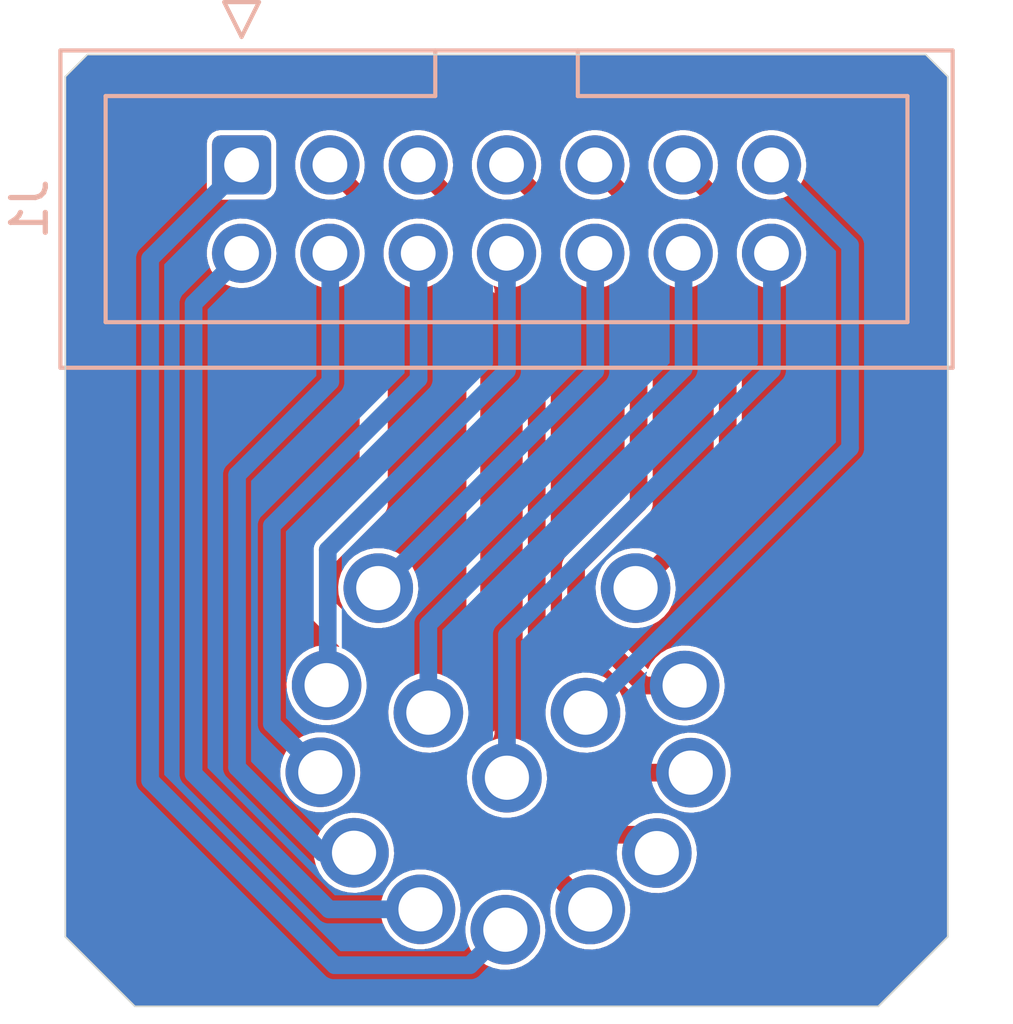
<source format=kicad_pcb>
(kicad_pcb (version 20210424) (generator pcbnew)
  (layers (0 "F.Cu" signal) (31 "B.Cu" signal) (34 "B.Paste" user) (35 "F.Paste" user) (36 "B.SilkS" user "B.Silkscreen") (37 "F.SilkS" user "F.Silkscreen") (38 "B.Mask" user) (39 "F.Mask" user) (44 "Edge.Cuts" user))
  (net 0 "")
  (net 1 "/14")
  (net 2 "/12")
  (net 3 "/10")
  (net 4 "/8")
  (net 5 "/6")
  (net 6 "/4")
  (net 7 "/2")
  (net 8 "/13")
  (net 9 "/11")
  (net 10 "/9")
  (net 11 "/7")
  (net 12 "/5")
  (net 13 "/3")
  (net 14 "/1")
  (footprint "adapter:DIN14" (layer "F.Cu") (at 148.5111 111.0616)
    (fp_text reference "J2" hide)
    (fp_text value "DIN14")
    (pad "1" thru_hole circle locked (at -0.045496 5.418781) (size 2 2) (drill 1.27) (layers *.Cu *.Mask) (net 14 "/1"))
    (pad "2" thru_hole circle locked (at -2.485818 4.832987) (size 2 2) (drill 1.27) (layers *.Cu *.Mask) (net 7 "/2"))
    (pad "3" thru_hole circle locked (at 2.396012 4.837959) (size 2 2) (drill 1.27) (layers *.Cu *.Mask) (net 13 "/3"))
    (pad "4" thru_hole circle locked (at -4.397625 3.207156) (size 2 2) (drill 1.27) (layers *.Cu *.Mask) (net 6 "/4"))
    (pad "5" thru_hole circle locked (at 4.311125 3.216025) (size 2 2) (drill 1.27) (layers *.Cu *.Mask) (net 12 "/5"))
    (pad "6" thru_hole circle locked (at -5.367796 0.892615) (size 2 2) (drill 1.27) (layers *.Cu *.Mask) (net 5 "/6"))
    (pad "7" thru_hole circle locked (at 5.286009 0.903465) (size 2 2) (drill 1.27) (layers *.Cu *.Mask) (net 11 "/7"))
    (pad "8" thru_hole circle locked (at -5.186687 -1.610484) (size 2 2) (drill 1.27) (layers *.Cu *.Mask) (net 4 "/8"))
    (pad "9" thru_hole circle locked (at 5.11 -1.6) (size 2 2) (drill 1.27) (layers *.Cu *.Mask) (net 10 "/9"))
    (pad "10" thru_hole circle locked (at -3.7 -4.4) (size 2 2) (drill 1.27) (layers *.Cu *.Mask) (net 3 "/10"))
    (pad "11" thru_hole circle locked (at 3.7 -4.4) (size 2 2) (drill 1.27) (layers *.Cu *.Mask) (net 9 "/11"))
    (pad "12" thru_hole circle locked (at -2.26 -0.82) (size 2 2) (drill 1.27) (layers *.Cu *.Mask) (net 2 "/12"))
    (pad "13" thru_hole circle locked (at 2.26 -0.82) (size 2 2) (drill 1.27) (layers *.Cu *.Mask) (net 8 "/13"))
    (pad "14" thru_hole circle locked (at 0 1.05) (size 2 2) (drill 1.27) (layers *.Cu *.Mask) (net 1 "/14"))
  )
  (footprint "Connector_IDC:IDC-Header_2x07_P2.54mm_Vertical" (layer "B.Cu") (at 140.88 94.4975 -90)
    (fp_text reference "J1" (at 1.27 6.1 90) (layer "B.SilkS") (effects (justify mirror)))
    (fp_text value "02x07")
    (fp_line (start -1.98 -9.67) (end -1.98 -9.67) (layer "B.SilkS") (width 0.12))
    (fp_line (start -4.68 0.5) (end -4.68 -0.5) (layer "B.SilkS") (width 0.12))
    (fp_line (start 5.83 5.21) (end 5.83 -20.45) (layer "B.SilkS") (width 0.12))
    (fp_line (start -3.68 0) (end -4.68 0.5) (layer "B.SilkS") (width 0.12))
    (fp_line (start -4.68 -0.5) (end -3.68 0) (layer "B.SilkS") (width 0.12))
    (fp_line (start -3.29 5.21) (end 5.83 5.21) (layer "B.SilkS") (width 0.12))
    (fp_line (start 4.52 3.91) (end 4.52 -19.15) (layer "B.SilkS") (width 0.12))
    (fp_line (start 4.52 -19.15) (end -1.98 -19.15) (layer "B.SilkS") (width 0.12))
    (fp_line (start -1.98 -5.57) (end -1.98 3.91) (layer "B.SilkS") (width 0.12))
    (fp_line (start -1.98 -9.67) (end -3.29 -9.67) (layer "B.SilkS") (width 0.12))
    (fp_line (start -3.29 -20.45) (end -3.29 5.21) (layer "B.SilkS") (width 0.12))
    (fp_line (start 5.83 -20.45) (end -3.29 -20.45) (layer "B.SilkS") (width 0.12))
    (fp_line (start -3.29 -5.57) (end -1.98 -5.57) (layer "B.SilkS") (width 0.12))
    (fp_line (start -1.98 3.91) (end 4.52 3.91) (layer "B.SilkS") (width 0.12))
    (fp_line (start -1.98 -19.15) (end -1.98 -9.67) (layer "B.SilkS") (width 0.12))
    (pad "1" thru_hole roundrect locked (at 0 0 270) (size 1.7 1.7) (drill 1) (layers *.Cu *.Mask) (roundrect_rratio 0.1470588235) (net 14 "/1"))
    (pad "2" thru_hole circle locked (at 2.54 0 270) (size 1.7 1.7) (drill 1) (layers *.Cu *.Mask) (net 7 "/2"))
    (pad "3" thru_hole circle locked (at 0 -2.54 270) (size 1.7 1.7) (drill 1) (layers *.Cu *.Mask) (net 13 "/3"))
    (pad "4" thru_hole circle locked (at 2.54 -2.54 270) (size 1.7 1.7) (drill 1) (layers *.Cu *.Mask) (net 6 "/4"))
    (pad "5" thru_hole circle locked (at 0 -5.08 270) (size 1.7 1.7) (drill 1) (layers *.Cu *.Mask) (net 12 "/5"))
    (pad "6" thru_hole circle locked (at 2.54 -5.08 270) (size 1.7 1.7) (drill 1) (layers *.Cu *.Mask) (net 5 "/6"))
    (pad "7" thru_hole circle locked (at 0 -7.62 270) (size 1.7 1.7) (drill 1) (layers *.Cu *.Mask) (net 11 "/7"))
    (pad "8" thru_hole circle locked (at 2.54 -7.62 270) (size 1.7 1.7) (drill 1) (layers *.Cu *.Mask) (net 4 "/8"))
    (pad "9" thru_hole circle locked (at 0 -10.16 270) (size 1.7 1.7) (drill 1) (layers *.Cu *.Mask) (net 10 "/9"))
    (pad "10" thru_hole circle locked (at 2.54 -10.16 270) (size 1.7 1.7) (drill 1) (layers *.Cu *.Mask) (net 3 "/10"))
    (pad "11" thru_hole circle locked (at 0 -12.7 270) (size 1.7 1.7) (drill 1) (layers *.Cu *.Mask) (net 9 "/11"))
    (pad "12" thru_hole circle locked (at 2.54 -12.7 270) (size 1.7 1.7) (drill 1) (layers *.Cu *.Mask) (net 2 "/12"))
    (pad "13" thru_hole circle locked (at 0 -15.24 270) (size 1.7 1.7) (drill 1) (layers *.Cu *.Mask) (net 8 "/13"))
    (pad "14" thru_hole circle locked (at 2.54 -15.24 270) (size 1.7 1.7) (drill 1) (layers *.Cu *.Mask) (net 1 "/14"))
  )
  (gr_line (start 135.8111 91.9606) (end 135.8111 116.6816) (layer "Edge.Cuts") (width 0.05))
  (gr_line (start 159.1911 118.6816) (end 161.1911 116.6816) (layer "Edge.Cuts") (width 0.05))
  (gr_line (start 161.1911 116.6816) (end 161.1911 91.9606) (layer "Edge.Cuts") (width 0.05))
  (gr_line (start 137.8111 118.6816) (end 159.1911 118.6816) (layer "Edge.Cuts") (width 0.05))
  (gr_line (start 135.8111 116.6816) (end 137.8111 118.6816) (layer "Edge.Cuts") (width 0.05))
  (gr_line (start 161.1911 91.9606) (end 160.5561 91.3256) (layer "Edge.Cuts") (width 0.05))
  (gr_line (start 160.5561 91.3256) (end 136.4461 91.3256) (layer "Edge.Cuts") (width 0.05))
  (gr_line (start 136.4461 91.3256) (end 135.8111 91.9606) (layer "Edge.Cuts") (width 0.05))
  (segment (start 148.5111 112.1116) (end 148.5111 108.0136) (width 0.508) (layer "B.Cu") (net 1))
  (segment (start 156.1311 100.3936) (end 156.1311 97.0916) (width 0.508) (layer "B.Cu") (net 1))
  (segment (start 148.5111 108.0136) (end 156.1311 100.3936) (width 0.508) (layer "B.Cu") (net 1))
  (segment (start 146.2511 110.2416) (end 146.2511 107.7016) (width 0.508) (layer "B.Cu") (net 2))
  (segment (start 153.5911 100.3616) (end 146.2511 107.7016) (width 0.508) (layer "B.Cu") (net 2))
  (segment (start 153.5911 100.3616) (end 153.5911 97.0916) (width 0.508) (layer "B.Cu") (net 2))
  (segment (start 151.0511 100.4216) (end 151.0511 97.0916) (width 0.508) (layer "B.Cu") (net 3))
  (segment (start 144.8111 106.6616) (end 151.0511 100.4216) (width 0.508) (layer "B.Cu") (net 3))
  (segment (start 143.3576 109.417928) (end 143.3576 105.5624) (width 0.508) (layer "B.Cu") (net 4))
  (segment (start 143.324412 109.451116) (end 143.3576 109.417928) (width 0.508) (layer "B.Cu") (net 4))
  (segment (start 143.3576 105.5624) (end 148.5111 100.4089) (width 0.508) (layer "B.Cu") (net 4))
  (segment (start 148.5111 100.4089) (end 148.5111 97.0916) (width 0.508) (layer "B.Cu") (net 4))
  (segment (start 141.75 104.8687) (end 145.9711 100.6476) (width 0.508) (layer "B.Cu") (net 5))
  (segment (start 141.75 110.5588) (end 141.75 104.8687) (width 0.508) (layer "B.Cu") (net 5))
  (segment (start 143.143303 111.952103) (end 141.75 110.5588) (width 0.508) (layer "B.Cu") (net 5))
  (segment (start 143.143303 111.954216) (end 143.143303 111.952103) (width 0.508) (layer "B.Cu") (net 5))
  (segment (start 145.9711 100.6476) (end 145.9711 97.0916) (width 0.508) (layer "B.Cu") (net 5))
  (segment (start 143.4311 100.72965) (end 143.4311 97.0916) (width 0.508) (layer "B.Cu") (net 6))
  (segment (start 143.203463 114.268757) (end 140.75 111.815294) (width 0.508) (layer "B.Cu") (net 6))
  (segment (start 144.113475 114.268757) (end 143.203463 114.268757) (width 0.508) (layer "B.Cu") (net 6))
  (segment (start 140.75 111.815294) (end 140.75 103.41075) (width 0.508) (layer "B.Cu") (net 6))
  (segment (start 140.75 103.41075) (end 143.4311 100.72965) (width 0.508) (layer "B.Cu") (net 6))
  (segment (start 146.025281 115.894588) (end 143.394588 115.894588) (width 0.508) (layer "B.Cu") (net 7))
  (segment (start 143.394588 115.894588) (end 139.5 112) (width 0.508) (layer "B.Cu") (net 7))
  (segment (start 139.5 98.4827) (end 140.8911 97.0916) (width 0.508) (layer "B.Cu") (net 7))
  (segment (start 139.5 112) (end 139.5 98.4827) (width 0.508) (layer "B.Cu") (net 7))
  (segment (start 150.7711 110.2416) (end 158.3785 102.6342) (width 0.508) (layer "B.Cu") (net 8))
  (segment (start 156.1311 94.5615) (end 156.1311 94.5516) (width 0.508) (layer "B.Cu") (net 8))
  (segment (start 158.3785 102.6342) (end 158.3785 96.8089) (width 0.508) (layer "B.Cu") (net 8))
  (segment (start 158.3785 96.8089) (end 156.1311 94.5615) (width 0.508) (layer "B.Cu") (net 8))
  (segment (start 154.8611 104.0116) (end 154.8611 95.8216) (width 0.508) (layer "F.Cu") (net 9))
  (segment (start 152.2111 106.6616) (end 154.8611 104.0116) (width 0.508) (layer "F.Cu") (net 9))
  (segment (start 154.8611 95.8216) (end 153.5911 94.5516) (width 0.508) (layer "F.Cu") (net 9))
  (segment (start 150.5 107.5) (end 150.5 106.0297) (width 0.508) (layer "F.Cu") (net 10))
  (segment (start 152.2984 104.2313) (end 152.2984 95.7989) (width 0.508) (layer "F.Cu") (net 10))
  (segment (start 152.4616 109.4616) (end 150.5 107.5) (width 0.508) (layer "F.Cu") (net 10))
  (segment (start 152.2984 95.7989) (end 151.0511 94.5516) (width 0.508) (layer "F.Cu") (net 10))
  (segment (start 153.6211 109.4616) (end 152.4616 109.4616) (width 0.508) (layer "F.Cu") (net 10))
  (segment (start 150.5 106.0297) (end 152.2984 104.2313) (width 0.508) (layer "F.Cu") (net 10))
  (segment (start 150.417368 111.965065) (end 149.367589 110.915286) (width 0.508) (layer "F.Cu") (net 11))
  (segment (start 149.367589 98.132411) (end 149.786489 97.713511) (width 0.508) (layer "F.Cu") (net 11))
  (segment (start 149.367589 110.915286) (end 149.367589 98.132411) (width 0.508) (layer "F.Cu") (net 11))
  (segment (start 153.797109 111.965065) (end 150.417368 111.965065) (width 0.508) (layer "F.Cu") (net 11))
  (segment (start 149.786489 95.783989) (end 148.5 94.4975) (width 0.508) (layer "F.Cu") (net 11))
  (segment (start 149.786489 97.713511) (end 149.786489 95.783989) (width 0.508) (layer "F.Cu") (net 11))
  (segment (start 152.2946 113.75) (end 152.822225 114.277625) (width 0.508) (layer "F.Cu") (net 12))
  (segment (start 146.75 112.75) (end 147.75 113.75) (width 0.508) (layer "F.Cu") (net 12))
  (segment (start 145.9711 94.5516) (end 147.246489 95.826989) (width 0.508) (layer "F.Cu") (net 12))
  (segment (start 147.75 113.75) (end 152.2946 113.75) (width 0.508) (layer "F.Cu") (net 12))
  (segment (start 148 110.545503) (end 146.75 111.795503) (width 0.508) (layer "F.Cu") (net 12))
  (segment (start 147.246489 97.639186) (end 148 98.392697) (width 0.508) (layer "F.Cu") (net 12))
  (segment (start 146.75 111.795503) (end 146.75 112.75) (width 0.508) (layer "F.Cu") (net 12))
  (segment (start 148 98.392697) (end 148 110.545503) (width 0.508) (layer "F.Cu") (net 12))
  (segment (start 147.246489 95.826989) (end 147.246489 97.639186) (width 0.508) (layer "F.Cu") (net 12))
  (segment (start 144.706489 97.639186) (end 146.5 99.432697) (width 0.508) (layer "F.Cu") (net 13))
  (segment (start 146.5 99.432697) (end 146.5 107.760562) (width 0.508) (layer "F.Cu") (net 13))
  (segment (start 144.847312 109.41325) (end 144.847312 112.347312) (width 0.508) (layer "F.Cu") (net 13))
  (segment (start 144.847312 112.347312) (end 147.435145 114.935145) (width 0.508) (layer "F.Cu") (net 13))
  (segment (start 144.706489 95.826989) (end 144.706489 97.639186) (width 0.508) (layer "F.Cu") (net 13))
  (segment (start 149.942697 114.935145) (end 150.907112 115.89956) (width 0.508) (layer "F.Cu") (net 13))
  (segment (start 146.5 107.760562) (end 144.847312 109.41325) (width 0.508) (layer "F.Cu") (net 13))
  (segment (start 143.4311 94.5516) (end 144.706489 95.826989) (width 0.508) (layer "F.Cu") (net 13))
  (segment (start 147.435145 114.935145) (end 149.942697 114.935145) (width 0.508) (layer "F.Cu") (net 13))
  (segment (start 148.465603 116.480382) (end 147.445985 117.5) (width 0.508) (layer "B.Cu") (net 14))
  (segment (start 147.445985 117.5) (end 143.5576 117.5) (width 0.508) (layer "B.Cu") (net 14))
  (segment (start 143.5576 117.5) (end 138.25 112.1924) (width 0.508) (layer "B.Cu") (net 14))
  (segment (start 138.25 112.1924) (end 138.25 97.1927) (width 0.508) (layer "B.Cu") (net 14))
  (segment (start 138.25 97.1927) (end 140.8911 94.5516) (width 0.508) (layer "B.Cu") (net 14))
  (zone locked (net 0) (net_name "") (layers F&B.Cu) (priority 6) (connect_pads (clearance 0.000001)) (min_thickness 0.0254) (fill yes (thermal_gap 0.0754) (thermal_bridge_width 0.0754))
    (polygon (pts (xy 161.7318 119.2023) (xy 135.2904 119.2023) (xy 135.2904 90.9829) (xy 161.7318 90.9829)))
  )
  (zone locked (net 0) (net_name "") (layer "B.Cu") (priority 6) (connect_pads (clearance 0.000001)) (min_thickness 0.0254) (fill yes (thermal_gap 0.0754) (thermal_bridge_width 0.0754))
    (polygon (pts (xy 161.7318 119.2023) (xy 135.2904 119.2023) (xy 135.2904 90.9829) (xy 161.7318 90.9829)))
  )
)
</source>
